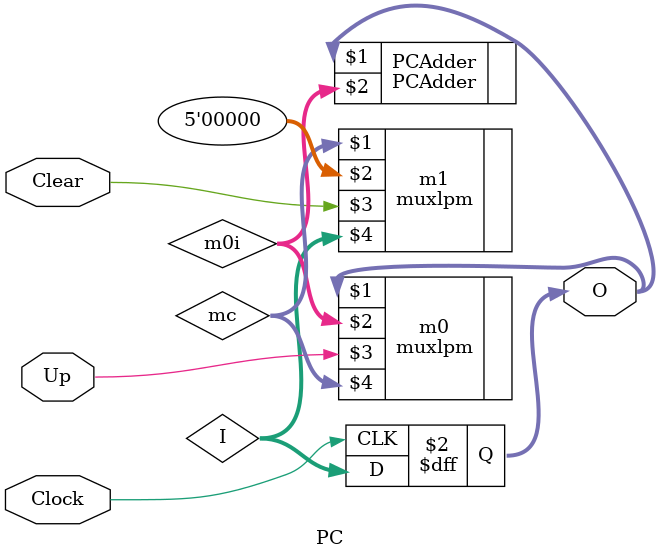
<source format=v>
/*
  TCES Lab B
  Spring 2014
  Aaron Stephens
  Program Counter
*/
module PC(O, Clear, Up, Clock);
	input Clear, Up, Clock; // Clear, Increment, Clock
	output reg [4:0]O;      // PC Output
	
	localparam zero = 5'b00000; // For clearing the PC
	
	wire [4:0]m0i, mc, I; // Mux 0 Input, Mux 0-1 Connector, PC Input
	
	PCAdder PCAdder (O, m0i); // Increments the PC
	
	muxlpm m0 (O, m0i, Up, mc); // Determines whether or not to increment
	
	muxlpm m1 (mc, zero, Clear, I); // Determines whether or not to clear
	
	always @(posedge Clock) O = I; // Update PC on posedge Clock

endmodule

</source>
